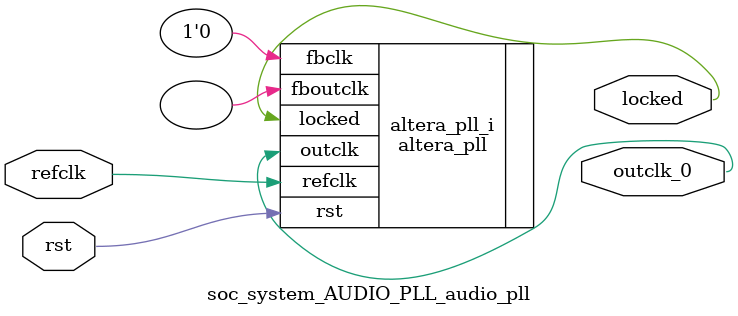
<source format=v>
`timescale 1ns/10ps
module  soc_system_AUDIO_PLL_audio_pll(

	// interface 'refclk'
	input wire refclk,

	// interface 'reset'
	input wire rst,

	// interface 'outclk0'
	output wire outclk_0,

	// interface 'locked'
	output wire locked
);

	altera_pll #(
		.fractional_vco_multiplier("false"),
		.reference_clock_frequency("50.0 MHz"),
		.operation_mode("direct"),
		.number_of_clocks(1),
		.output_clock_frequency0("12.288135 MHz"),
		.phase_shift0("0 ps"),
		.duty_cycle0(50),
		.output_clock_frequency1("0 MHz"),
		.phase_shift1("0 ps"),
		.duty_cycle1(50),
		.output_clock_frequency2("0 MHz"),
		.phase_shift2("0 ps"),
		.duty_cycle2(50),
		.output_clock_frequency3("0 MHz"),
		.phase_shift3("0 ps"),
		.duty_cycle3(50),
		.output_clock_frequency4("0 MHz"),
		.phase_shift4("0 ps"),
		.duty_cycle4(50),
		.output_clock_frequency5("0 MHz"),
		.phase_shift5("0 ps"),
		.duty_cycle5(50),
		.output_clock_frequency6("0 MHz"),
		.phase_shift6("0 ps"),
		.duty_cycle6(50),
		.output_clock_frequency7("0 MHz"),
		.phase_shift7("0 ps"),
		.duty_cycle7(50),
		.output_clock_frequency8("0 MHz"),
		.phase_shift8("0 ps"),
		.duty_cycle8(50),
		.output_clock_frequency9("0 MHz"),
		.phase_shift9("0 ps"),
		.duty_cycle9(50),
		.output_clock_frequency10("0 MHz"),
		.phase_shift10("0 ps"),
		.duty_cycle10(50),
		.output_clock_frequency11("0 MHz"),
		.phase_shift11("0 ps"),
		.duty_cycle11(50),
		.output_clock_frequency12("0 MHz"),
		.phase_shift12("0 ps"),
		.duty_cycle12(50),
		.output_clock_frequency13("0 MHz"),
		.phase_shift13("0 ps"),
		.duty_cycle13(50),
		.output_clock_frequency14("0 MHz"),
		.phase_shift14("0 ps"),
		.duty_cycle14(50),
		.output_clock_frequency15("0 MHz"),
		.phase_shift15("0 ps"),
		.duty_cycle15(50),
		.output_clock_frequency16("0 MHz"),
		.phase_shift16("0 ps"),
		.duty_cycle16(50),
		.output_clock_frequency17("0 MHz"),
		.phase_shift17("0 ps"),
		.duty_cycle17(50),
		.pll_type("General"),
		.pll_subtype("General")
	) altera_pll_i (
		.rst	(rst),
		.outclk	({outclk_0}),
		.locked	(locked),
		.fboutclk	( ),
		.fbclk	(1'b0),
		.refclk	(refclk)
	);
endmodule


</source>
